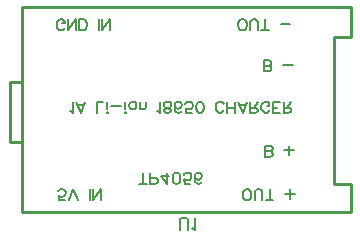
<source format=gbo>
G04 Layer: BottomSilkscreenLayer*
G04 EasyEDA v6.5.46, 2025-04-11 15:52:01*
G04 898f7cb4de8248389c9d67f31726504a,899b5eb0d7ee4baeb7bb73a579ea36e5,10*
G04 Gerber Generator version 0.2*
G04 Scale: 100 percent, Rotated: No, Reflected: No *
G04 Dimensions in millimeters *
G04 leading zeros omitted , absolute positions ,4 integer and 5 decimal *
%FSLAX45Y45*%
%MOMM*%

%ADD10C,0.1524*%
%ADD11C,0.1500*%
%ADD12C,0.2540*%

%LPD*%
D10*
X1460500Y-3061715D02*
G01*
X1460500Y-2983737D01*
X1465579Y-2968244D01*
X1475994Y-2957829D01*
X1491742Y-2952750D01*
X1502155Y-2952750D01*
X1517650Y-2957829D01*
X1528063Y-2968244D01*
X1533144Y-2983737D01*
X1533144Y-3061715D01*
X1567434Y-3040887D02*
G01*
X1577847Y-3046221D01*
X1593595Y-3061715D01*
X1593595Y-2952750D01*
D11*
X533400Y-2047999D02*
G01*
X542544Y-2052571D01*
X556005Y-2066287D01*
X556005Y-1970783D01*
X622554Y-2066287D02*
G01*
X586231Y-1970783D01*
X622554Y-2066287D02*
G01*
X658876Y-1970783D01*
X599694Y-2002533D02*
G01*
X645160Y-2002533D01*
X758952Y-2066287D02*
G01*
X758952Y-1970783D01*
X758952Y-1970783D02*
G01*
X813307Y-1970783D01*
X843279Y-2066287D02*
G01*
X847852Y-2061715D01*
X852423Y-2066287D01*
X847852Y-2070859D01*
X843279Y-2066287D01*
X847852Y-2034283D02*
G01*
X847852Y-1970783D01*
X882395Y-2011677D02*
G01*
X964184Y-2011677D01*
X994410Y-2066287D02*
G01*
X998728Y-2061715D01*
X1003300Y-2066287D01*
X998728Y-2070859D01*
X994410Y-2066287D01*
X998728Y-2034283D02*
G01*
X998728Y-1970783D01*
X1056131Y-2034283D02*
G01*
X1046987Y-2029965D01*
X1037844Y-2020821D01*
X1033526Y-2007105D01*
X1033526Y-1997961D01*
X1037844Y-1984499D01*
X1046987Y-1975355D01*
X1056131Y-1970783D01*
X1069847Y-1970783D01*
X1078737Y-1975355D01*
X1087881Y-1984499D01*
X1092454Y-1997961D01*
X1092454Y-2007105D01*
X1087881Y-2020821D01*
X1078737Y-2029965D01*
X1069847Y-2034283D01*
X1056131Y-2034283D01*
X1122426Y-2034283D02*
G01*
X1122426Y-1970783D01*
X1122426Y-2016249D02*
G01*
X1136142Y-2029965D01*
X1145286Y-2034283D01*
X1158747Y-2034283D01*
X1167892Y-2029965D01*
X1172463Y-2016249D01*
X1172463Y-1970783D01*
X1272539Y-2047999D02*
G01*
X1281684Y-2052571D01*
X1295145Y-2066287D01*
X1295145Y-1970783D01*
X1347978Y-2066287D02*
G01*
X1334262Y-2061715D01*
X1329689Y-2052571D01*
X1329689Y-2043427D01*
X1334262Y-2034283D01*
X1343405Y-2029965D01*
X1361694Y-2025393D01*
X1375155Y-2020821D01*
X1384300Y-2011677D01*
X1388871Y-2002533D01*
X1388871Y-1989071D01*
X1384300Y-1979927D01*
X1379728Y-1975355D01*
X1366012Y-1970783D01*
X1347978Y-1970783D01*
X1334262Y-1975355D01*
X1329689Y-1979927D01*
X1325118Y-1989071D01*
X1325118Y-2002533D01*
X1329689Y-2011677D01*
X1338834Y-2020821D01*
X1352550Y-2025393D01*
X1370584Y-2029965D01*
X1379728Y-2034283D01*
X1384300Y-2043427D01*
X1384300Y-2052571D01*
X1379728Y-2061715D01*
X1366012Y-2066287D01*
X1347978Y-2066287D01*
X1473454Y-2052571D02*
G01*
X1468881Y-2061715D01*
X1455165Y-2066287D01*
X1446021Y-2066287D01*
X1432560Y-2061715D01*
X1423415Y-2047999D01*
X1418844Y-2025393D01*
X1418844Y-2002533D01*
X1423415Y-1984499D01*
X1432560Y-1975355D01*
X1446021Y-1970783D01*
X1450594Y-1970783D01*
X1464310Y-1975355D01*
X1473454Y-1984499D01*
X1478026Y-1997961D01*
X1478026Y-2002533D01*
X1473454Y-2016249D01*
X1464310Y-2025393D01*
X1450594Y-2029965D01*
X1446021Y-2029965D01*
X1432560Y-2025393D01*
X1423415Y-2016249D01*
X1418844Y-2002533D01*
X1562607Y-2066287D02*
G01*
X1517142Y-2066287D01*
X1512570Y-2025393D01*
X1517142Y-2029965D01*
X1530604Y-2034283D01*
X1544320Y-2034283D01*
X1558036Y-2029965D01*
X1566926Y-2020821D01*
X1571497Y-2007105D01*
X1571497Y-1997961D01*
X1566926Y-1984499D01*
X1558036Y-1975355D01*
X1544320Y-1970783D01*
X1530604Y-1970783D01*
X1517142Y-1975355D01*
X1512570Y-1979927D01*
X1507997Y-1989071D01*
X1628902Y-2066287D02*
G01*
X1615186Y-2061715D01*
X1606042Y-2047999D01*
X1601470Y-2025393D01*
X1601470Y-2011677D01*
X1606042Y-1989071D01*
X1615186Y-1975355D01*
X1628902Y-1970783D01*
X1638045Y-1970783D01*
X1651507Y-1975355D01*
X1660652Y-1989071D01*
X1665223Y-2011677D01*
X1665223Y-2025393D01*
X1660652Y-2047999D01*
X1651507Y-2061715D01*
X1638045Y-2066287D01*
X1628902Y-2066287D01*
X1833371Y-2043427D02*
G01*
X1828800Y-2052571D01*
X1819655Y-2061715D01*
X1810765Y-2066287D01*
X1792478Y-2066287D01*
X1783334Y-2061715D01*
X1774189Y-2052571D01*
X1769871Y-2043427D01*
X1765300Y-2029965D01*
X1765300Y-2007105D01*
X1769871Y-1993389D01*
X1774189Y-1984499D01*
X1783334Y-1975355D01*
X1792478Y-1970783D01*
X1810765Y-1970783D01*
X1819655Y-1975355D01*
X1828800Y-1984499D01*
X1833371Y-1993389D01*
X1863344Y-2066287D02*
G01*
X1863344Y-1970783D01*
X1927097Y-2066287D02*
G01*
X1927097Y-1970783D01*
X1863344Y-2020821D02*
G01*
X1927097Y-2020821D01*
X1993391Y-2066287D02*
G01*
X1957070Y-1970783D01*
X1993391Y-2066287D02*
G01*
X2029713Y-1970783D01*
X1970786Y-2002533D02*
G01*
X2016252Y-2002533D01*
X2059686Y-2066287D02*
G01*
X2059686Y-1970783D01*
X2059686Y-2066287D02*
G01*
X2100579Y-2066287D01*
X2114295Y-2061715D01*
X2118868Y-2057143D01*
X2123440Y-2047999D01*
X2123440Y-2038855D01*
X2118868Y-2029965D01*
X2114295Y-2025393D01*
X2100579Y-2020821D01*
X2059686Y-2020821D01*
X2091690Y-2020821D02*
G01*
X2123440Y-1970783D01*
X2221484Y-2043427D02*
G01*
X2216911Y-2052571D01*
X2208022Y-2061715D01*
X2198877Y-2066287D01*
X2180590Y-2066287D01*
X2171700Y-2061715D01*
X2162556Y-2052571D01*
X2157984Y-2043427D01*
X2153411Y-2029965D01*
X2153411Y-2007105D01*
X2157984Y-1993389D01*
X2162556Y-1984499D01*
X2171700Y-1975355D01*
X2180590Y-1970783D01*
X2198877Y-1970783D01*
X2208022Y-1975355D01*
X2216911Y-1984499D01*
X2221484Y-1993389D01*
X2221484Y-2007105D01*
X2198877Y-2007105D02*
G01*
X2221484Y-2007105D01*
X2251456Y-2066287D02*
G01*
X2251456Y-1970783D01*
X2251456Y-2066287D02*
G01*
X2310638Y-2066287D01*
X2251456Y-2020821D02*
G01*
X2288031Y-2020821D01*
X2251456Y-1970783D02*
G01*
X2310638Y-1970783D01*
X2340609Y-2066287D02*
G01*
X2340609Y-1970783D01*
X2340609Y-2066287D02*
G01*
X2381504Y-2066287D01*
X2395220Y-2061715D01*
X2399791Y-2057143D01*
X2404363Y-2047999D01*
X2404363Y-2038855D01*
X2399791Y-2029965D01*
X2395220Y-2025393D01*
X2381504Y-2020821D01*
X2340609Y-2020821D01*
X2372613Y-2020821D02*
G01*
X2404363Y-1970783D01*
X1149350Y-2666997D02*
G01*
X1149350Y-2571493D01*
X1117600Y-2666997D02*
G01*
X1181354Y-2666997D01*
X1211326Y-2666997D02*
G01*
X1211326Y-2571493D01*
X1211326Y-2666997D02*
G01*
X1252220Y-2666997D01*
X1265681Y-2662425D01*
X1270254Y-2657853D01*
X1274826Y-2648709D01*
X1274826Y-2634993D01*
X1270254Y-2626103D01*
X1265681Y-2621531D01*
X1252220Y-2616959D01*
X1211326Y-2616959D01*
X1350263Y-2666997D02*
G01*
X1304797Y-2603243D01*
X1373123Y-2603243D01*
X1350263Y-2666997D02*
G01*
X1350263Y-2571493D01*
X1430273Y-2666997D02*
G01*
X1416812Y-2662425D01*
X1407668Y-2648709D01*
X1403095Y-2626103D01*
X1403095Y-2612387D01*
X1407668Y-2589781D01*
X1416812Y-2576065D01*
X1430273Y-2571493D01*
X1439418Y-2571493D01*
X1453134Y-2576065D01*
X1462023Y-2589781D01*
X1466595Y-2612387D01*
X1466595Y-2626103D01*
X1462023Y-2648709D01*
X1453134Y-2662425D01*
X1439418Y-2666997D01*
X1430273Y-2666997D01*
X1551178Y-2666997D02*
G01*
X1505712Y-2666997D01*
X1501139Y-2626103D01*
X1505712Y-2630675D01*
X1519428Y-2634993D01*
X1533144Y-2634993D01*
X1546605Y-2630675D01*
X1555750Y-2621531D01*
X1560321Y-2607815D01*
X1560321Y-2598671D01*
X1555750Y-2585209D01*
X1546605Y-2576065D01*
X1533144Y-2571493D01*
X1519428Y-2571493D01*
X1505712Y-2576065D01*
X1501139Y-2580637D01*
X1496568Y-2589781D01*
X1644904Y-2653281D02*
G01*
X1640331Y-2662425D01*
X1626615Y-2666997D01*
X1617726Y-2666997D01*
X1604010Y-2662425D01*
X1594865Y-2648709D01*
X1590294Y-2626103D01*
X1590294Y-2603243D01*
X1594865Y-2585209D01*
X1604010Y-2576065D01*
X1617726Y-2571493D01*
X1622044Y-2571493D01*
X1635760Y-2576065D01*
X1644904Y-2585209D01*
X1649476Y-2598671D01*
X1649476Y-2603243D01*
X1644904Y-2616959D01*
X1635760Y-2626103D01*
X1622044Y-2630675D01*
X1617726Y-2630675D01*
X1604010Y-2626103D01*
X1594865Y-2616959D01*
X1590294Y-2603243D01*
X486410Y-2806697D02*
G01*
X440944Y-2806697D01*
X436371Y-2765803D01*
X440944Y-2770375D01*
X454405Y-2774693D01*
X468121Y-2774693D01*
X481837Y-2770375D01*
X490981Y-2761231D01*
X495554Y-2747515D01*
X495554Y-2738371D01*
X490981Y-2724909D01*
X481837Y-2715765D01*
X468121Y-2711193D01*
X454405Y-2711193D01*
X440944Y-2715765D01*
X436371Y-2720337D01*
X431800Y-2729481D01*
X525526Y-2806697D02*
G01*
X561847Y-2711193D01*
X598170Y-2806697D02*
G01*
X561847Y-2711193D01*
X698245Y-2806697D02*
G01*
X698245Y-2711193D01*
X728218Y-2806697D02*
G01*
X728218Y-2711193D01*
X728218Y-2806697D02*
G01*
X791718Y-2711193D01*
X791718Y-2806697D02*
G01*
X791718Y-2711193D01*
X487171Y-1344929D02*
G01*
X482854Y-1354073D01*
X473710Y-1363218D01*
X464565Y-1367789D01*
X446278Y-1367789D01*
X437387Y-1363218D01*
X428244Y-1354073D01*
X423671Y-1344929D01*
X419100Y-1331468D01*
X419100Y-1308607D01*
X423671Y-1294892D01*
X428244Y-1286002D01*
X437387Y-1276857D01*
X446278Y-1272286D01*
X464565Y-1272286D01*
X473710Y-1276857D01*
X482854Y-1286002D01*
X487171Y-1294892D01*
X487171Y-1308607D01*
X464565Y-1308607D02*
G01*
X487171Y-1308607D01*
X517397Y-1367789D02*
G01*
X517397Y-1272286D01*
X517397Y-1367789D02*
G01*
X580897Y-1272286D01*
X580897Y-1367789D02*
G01*
X580897Y-1272286D01*
X610870Y-1367789D02*
G01*
X610870Y-1272286D01*
X610870Y-1367789D02*
G01*
X642620Y-1367789D01*
X656336Y-1363218D01*
X665479Y-1354073D01*
X670052Y-1344929D01*
X674623Y-1331468D01*
X674623Y-1308607D01*
X670052Y-1294892D01*
X665479Y-1286002D01*
X656336Y-1276857D01*
X642620Y-1272286D01*
X610870Y-1272286D01*
X774445Y-1367789D02*
G01*
X774445Y-1272286D01*
X804671Y-1367789D02*
G01*
X804671Y-1272286D01*
X804671Y-1367789D02*
G01*
X868171Y-1272286D01*
X868171Y-1367789D02*
G01*
X868171Y-1272286D01*
X2021077Y-2806697D02*
G01*
X2012188Y-2802125D01*
X2003043Y-2792981D01*
X1998472Y-2783837D01*
X1993900Y-2770375D01*
X1993900Y-2747515D01*
X1998472Y-2733799D01*
X2003043Y-2724909D01*
X2012188Y-2715765D01*
X2021077Y-2711193D01*
X2039365Y-2711193D01*
X2048509Y-2715765D01*
X2057654Y-2724909D01*
X2061972Y-2733799D01*
X2066543Y-2747515D01*
X2066543Y-2770375D01*
X2061972Y-2783837D01*
X2057654Y-2792981D01*
X2048509Y-2802125D01*
X2039365Y-2806697D01*
X2021077Y-2806697D01*
X2096515Y-2806697D02*
G01*
X2096515Y-2738371D01*
X2101088Y-2724909D01*
X2110231Y-2715765D01*
X2123947Y-2711193D01*
X2133091Y-2711193D01*
X2146554Y-2715765D01*
X2155697Y-2724909D01*
X2160270Y-2738371D01*
X2160270Y-2806697D01*
X2221991Y-2806697D02*
G01*
X2221991Y-2711193D01*
X2190241Y-2806697D02*
G01*
X2253995Y-2806697D01*
X2394711Y-2792981D02*
G01*
X2394711Y-2711193D01*
X2353818Y-2752087D02*
G01*
X2435606Y-2752087D01*
X2184400Y-2438397D02*
G01*
X2184400Y-2342893D01*
X2184400Y-2438397D02*
G01*
X2225293Y-2438397D01*
X2239009Y-2433825D01*
X2243581Y-2429253D01*
X2248154Y-2420109D01*
X2248154Y-2410965D01*
X2243581Y-2402075D01*
X2239009Y-2397503D01*
X2225293Y-2392931D01*
X2184400Y-2392931D02*
G01*
X2225293Y-2392931D01*
X2239009Y-2388359D01*
X2243581Y-2383787D01*
X2248154Y-2374643D01*
X2248154Y-2361181D01*
X2243581Y-2352037D01*
X2239009Y-2347465D01*
X2225293Y-2342893D01*
X2184400Y-2342893D01*
X2388870Y-2424681D02*
G01*
X2388870Y-2342893D01*
X2347975Y-2383787D02*
G01*
X2429763Y-2383787D01*
X2171700Y-1714497D02*
G01*
X2171700Y-1618993D01*
X2171700Y-1714497D02*
G01*
X2212593Y-1714497D01*
X2226309Y-1709925D01*
X2230881Y-1705353D01*
X2235454Y-1696209D01*
X2235454Y-1687065D01*
X2230881Y-1678175D01*
X2226309Y-1673603D01*
X2212593Y-1669031D01*
X2171700Y-1669031D02*
G01*
X2212593Y-1669031D01*
X2226309Y-1664459D01*
X2230881Y-1659887D01*
X2235454Y-1650743D01*
X2235454Y-1637281D01*
X2230881Y-1628137D01*
X2226309Y-1623565D01*
X2212593Y-1618993D01*
X2171700Y-1618993D01*
X2335275Y-1659887D02*
G01*
X2417063Y-1659887D01*
X1982977Y-1367789D02*
G01*
X1974088Y-1363218D01*
X1964943Y-1354073D01*
X1960372Y-1344929D01*
X1955800Y-1331468D01*
X1955800Y-1308607D01*
X1960372Y-1294892D01*
X1964943Y-1286002D01*
X1974088Y-1276857D01*
X1982977Y-1272286D01*
X2001265Y-1272286D01*
X2010409Y-1276857D01*
X2019554Y-1286002D01*
X2023872Y-1294892D01*
X2028443Y-1308607D01*
X2028443Y-1331468D01*
X2023872Y-1344929D01*
X2019554Y-1354073D01*
X2010409Y-1363218D01*
X2001265Y-1367789D01*
X1982977Y-1367789D01*
X2058415Y-1367789D02*
G01*
X2058415Y-1299463D01*
X2062988Y-1286002D01*
X2072131Y-1276857D01*
X2085847Y-1272286D01*
X2094991Y-1272286D01*
X2108454Y-1276857D01*
X2117597Y-1286002D01*
X2122170Y-1299463D01*
X2122170Y-1367789D01*
X2183891Y-1367789D02*
G01*
X2183891Y-1272286D01*
X2152141Y-1367789D02*
G01*
X2215895Y-1367789D01*
X2315718Y-1313179D02*
G01*
X2397506Y-1313179D01*
D12*
X127000Y-1181100D02*
G01*
X127000Y-2908300D01*
X2908300Y-2908554D01*
X2908300Y-2667000D01*
X2768600Y-2667000D01*
X2768600Y-1422400D01*
X2908300Y-1422400D01*
X2908300Y-1168400D01*
X127000Y-1168400D01*
X127000Y-1193800D01*
X2908300Y-1422400D02*
G01*
X2768600Y-1422400D01*
X2768600Y-2667000D01*
X2908300Y-2667000D01*
X127000Y-1803400D02*
G01*
X25400Y-1803400D01*
X25400Y-2311400D01*
X127000Y-2311400D01*
M02*

</source>
